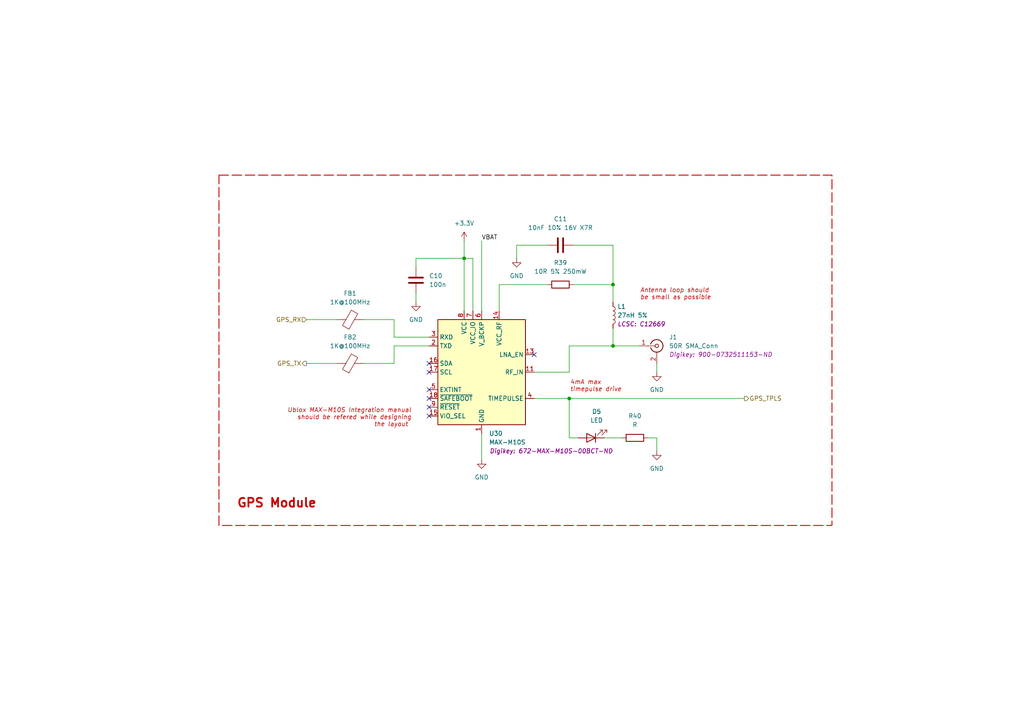
<source format=kicad_sch>
(kicad_sch (version 20250114) (generator "eeschema") (generator_version "9.0")
  (paper "A4")
  (title_block (title "GPS Module") (date "2025-10-19") (rev "v0.0") (company "Rajath Katker") (comment 4 "Final verification pending"))
  (lib_symbols
    (symbol "Connector:Conn_Coaxial" (pin_names (offset 1.016) (hide yes))
      (property "Reference" "J" (at 0.254 3.048 0))
      (property "Value" "Conn_Coaxial" (at 2.921 0 90))
      (symbol "Conn_Coaxial_0_1"
        (polyline (pts (xy -2.54 0) (xy -0.508 0)))
        (arc (start 1.778 0) (mid 0.222 -1.8079) (end -1.778 -0.508) (stroke (width 0.254)))
        (arc (start -1.778 0.508) (mid 0.2221 1.8084) (end 1.778 0) (stroke (width 0.254)))
        (circle (center 0 0) (radius 0.508) (stroke (width 0.2032)))
        (polyline (pts (xy 0 -2.54) (xy 0 -1.778)))
      )
      (symbol "Conn_Coaxial_1_1"
        (pin passive line (at -5.08 0 0) (length 2.54) (name "In") (number "1"))
        (pin passive line (at 0 -5.08 90) (length 2.54) (name "Ext") (number "2"))
      )
    )
    (symbol "Device:C" (pin_numbers (hide yes)) (pin_names (offset 0.254))
      (property "Reference" "C" (at 0.635 2.54 0))
      (property "Value" "C" (at 0.635 -2.54 0))
      (symbol "C_0_1"
        (polyline (pts (xy -2.032 0.762) (xy 2.032 0.762)) (stroke (width 0.508)))
        (polyline (pts (xy -2.032 -0.762) (xy 2.032 -0.762)) (stroke (width 0.508)))
      )
      (symbol "C_1_1"
        (pin passive line (at 0 3.81 270) (length 2.794) (name "~") (number "1"))
        (pin passive line (at 0 -3.81 90) (length 2.794) (name "~") (number "2"))
      )
    )
    (symbol "Device:FerriteBead" (pin_numbers (hide yes)) (pin_names (offset 0))
      (property "Reference" "FB" (at -3.81 0.635 90))
      (property "Value" "FerriteBead" (at 3.81 0 90))
      (symbol "FerriteBead_0_1"
        (polyline (pts (xy -2.7686 0.4064) (xy -1.7018 2.2606) (xy 2.7686 -0.3048) (xy 1.6764 -2.159) (xy -2.7686 0.4064)))
        (polyline (pts (xy 0 1.27) (xy 0 1.2954)))
        (polyline (pts (xy 0 -1.27) (xy 0 -1.2192)))
      )
      (symbol "FerriteBead_1_1"
        (pin passive line (at 0 3.81 270) (length 2.54) (name "~") (number "1"))
        (pin passive line (at 0 -3.81 90) (length 2.54) (name "~") (number "2"))
      )
    )
    (symbol "Device:L" (pin_numbers (hide yes)) (pin_names (offset 1.016) (hide yes))
      (property "Reference" "L" (at -1.27 0 90))
      (property "Value" "L" (at 1.905 0 90))
      (symbol "L_0_1"
        (arc (start 0 2.54) (mid 0.6323 1.905) (end 0 1.27))
        (arc (start 0 1.27) (mid 0.6323 0.635) (end 0 0))
        (arc (start 0 0) (mid 0.6323 -0.635) (end 0 -1.27))
        (arc (start 0 -1.27) (mid 0.6323 -1.905) (end 0 -2.54))
      )
      (symbol "L_1_1"
        (pin passive line (at 0 3.81 270) (length 1.27) (name "1") (number "1"))
        (pin passive line (at 0 -3.81 90) (length 1.27) (name "2") (number "2"))
      )
    )
    (symbol "Device:LED" (pin_numbers (hide yes)) (pin_names (offset 1.016) (hide yes))
      (property "Reference" "D" (at 0 2.54 0))
      (property "Value" "LED" (at 0 -2.54 0))
      (symbol "LED_0_1"
        (polyline (pts (xy -3.048 -0.762) (xy -4.572 -2.286) (xy -3.81 -2.286) (xy -4.572 -2.286) (xy -4.572 -1.524)))
        (polyline (pts (xy -1.778 -0.762) (xy -3.302 -2.286) (xy -2.54 -2.286) (xy -3.302 -2.286) (xy -3.302 -1.524)))
        (polyline (pts (xy -1.27 0) (xy 1.27 0)))
        (polyline (pts (xy -1.27 -1.27) (xy -1.27 1.27)) (stroke (width 0.254)))
        (polyline (pts (xy 1.27 -1.27) (xy 1.27 1.27) (xy -1.27 0) (xy 1.27 -1.27)) (stroke (width 0.254)))
      )
      (symbol "LED_1_1"
        (pin passive line (at -3.81 0 0) (length 2.54) (name "K") (number "1"))
        (pin passive line (at 3.81 0 180) (length 2.54) (name "A") (number "2"))
      )
    )
    (symbol "Device:R" (pin_numbers (hide yes)) (pin_names (offset 0))
      (property "Reference" "R" (at 2.032 0 90))
      (property "Value" "R" (at 0 0 90))
      (symbol "R_0_1"
        (rectangle (start -1.016 -2.54) (end 1.016 2.54) (stroke (width 0.254)))
      )
      (symbol "R_1_1"
        (pin passive line (at 0 3.81 270) (length 1.27) (name "~") (number "1"))
        (pin passive line (at 0 -3.81 90) (length 1.27) (name "~") (number "2"))
      )
    )
    (symbol "RF_GPS:MAX-M10S"
      (property "Reference" "U" (at -10.16 16.51 0))
      (property "Value" "MAX-M10S" (at 11.43 16.51 0))
      (symbol "MAX-M10S_0_1"
        (rectangle (start 12.7 15.24) (end -12.7 -15.24) (stroke (width 0.254)) (fill (type background)))
      )
      (symbol "MAX-M10S_1_1"
        (pin input line (at -15.24 10.16 0) (length 2.54) (name "RXD") (number "3"))
        (pin output line (at -15.24 7.62 0) (length 2.54) (name "TXD") (number "2"))
        (pin bidirectional line (at -15.24 2.54 0) (length 2.54) (name "SDA") (number "16"))
        (pin input line (at -15.24 0 0) (length 2.54) (name "SCL") (number "17"))
        (pin input line (at -15.24 -5.08 0) (length 2.54) (name "EXTINT") (number "5"))
        (pin input line (at -15.24 -7.62 0) (length 2.54) (name "~{SAFEBOOT}") (number "18"))
        (pin input line (at -15.24 -10.16 0) (length 2.54) (name "~{RESET}") (number "9"))
        (pin input line (at -15.24 -12.7 0) (length 2.54) (name "VIO_SEL") (number "15"))
        (pin power_in line (at -5.08 17.78 270) (length 2.54) (name "VCC") (number "8"))
        (pin power_in line (at -2.54 17.78 270) (length 2.54) (name "VCC_IO") (number "7"))
        (pin power_in line (at 0 17.78 270) (length 2.54) (name "V_BCKP") (number "6"))
        (pin power_in line (at 0 -17.78 90) (length 2.54) (name "GND") (number "1"))
        (pin passive line (at 0 -17.78 90) (length 2.54) (hide yes) (name "GND") (number "10"))
        (pin passive line (at 0 -17.78 90) (length 2.54) (hide yes) (name "GND") (number "12"))
        (pin power_out line (at 5.08 17.78 270) (length 2.54) (name "VCC_RF") (number "14"))
        (pin output line (at 15.24 5.08 180) (length 2.54) (name "LNA_EN") (number "13"))
        (pin input line (at 15.24 0 180) (length 2.54) (name "RF_IN") (number "11"))
        (pin output line (at 15.24 -7.62 180) (length 2.54) (name "TIMEPULSE") (number "4"))
      )
    )
    (symbol "power:+3.3V" (power) (pin_numbers (hide yes)) (pin_names (offset 0) (hide yes))
      (property "Value" "+3.3V" (at 0 3.556 0))
      (symbol "+3.3V_0_1"
        (polyline (pts (xy -0.762 1.27) (xy 0 2.54)))
        (polyline (pts (xy 0 2.54) (xy 0.762 1.27)))
        (polyline (pts (xy 0 0) (xy 0 2.54)))
      )
      (symbol "+3.3V_1_1"
        (pin power_in line (at 0 0 90) (length 0) (name "~") (number "1"))
      )
    )
    (symbol "power:GND" (power) (pin_numbers (hide yes)) (pin_names (offset 0) (hide yes))
      (property "Value" "GND" (at 0 -3.81 0))
      (symbol "GND_0_1"
        (polyline (pts (xy 0 0) (xy 0 -1.27) (xy 1.27 -1.27) (xy 0 -2.54) (xy -1.27 -1.27) (xy 0 -1.27)))
      )
      (symbol "GND_1_1"
        (pin power_in line (at 0 0 270) (length 0) (name "~") (number "1"))
      )
    )
  )
  (rectangle (start 63.5 50.8) (end 241.3 152.4) (stroke (width 0.254) (type dash) (color 194 0 0 1)))
  (text "Antenna loop should\nbe small as possible\n" (at 185.674 85.344 0) (effects (font (size 1.27 1.27) (italic yes)) (justify left)))
  (text "GPS Module" (at 68.58 146.05 0) (effects (font (size 2.54 2.54) (thickness 0.508) (bold yes)) (justify left)))
  (text "4mA max \ntimepulse drive" (at 165.354 112.014 0) (effects (font (size 1.27 1.27) (italic yes)) (justify left)))
  (text "Ublox MAX-M10S Integration manual\nshould be refered while designing\nthe layout " (at 119.38 121.158 0) (effects (font (size 1.27 1.27) (italic yes)) (justify right)))
  (junction (at 177.8 82.55))
  (junction (at 165.1 115.57))
  (junction (at 134.62 74.93))
  (junction (at 177.8 100.33))
  (no_connect (at 124.46 115.57))
  (no_connect (at 124.46 105.41))
  (no_connect (at 154.94 102.87))
  (no_connect (at 124.46 118.11))
  (no_connect (at 124.46 120.65))
  (no_connect (at 124.46 113.03))
  (no_connect (at 124.46 107.95))
  (wire (pts (xy 134.62 74.93) (xy 137.16 74.93)))
  (wire (pts (xy 190.5 105.41) (xy 190.5 107.95)))
  (wire (pts (xy 166.37 71.12) (xy 177.8 71.12)))
  (wire (pts (xy 120.65 74.93) (xy 134.62 74.93)))
  (wire (pts (xy 134.62 69.85) (xy 134.62 74.93)))
  (wire (pts (xy 139.7 69.85) (xy 139.7 90.17)))
  (wire (pts (xy 120.65 85.09) (xy 120.65 87.63)))
  (wire (pts (xy 154.94 107.95) (xy 165.1 107.95)))
  (wire (pts (xy 114.3 100.33) (xy 114.3 105.41)))
  (wire (pts (xy 158.75 82.55) (xy 144.78 82.55)))
  (wire (pts (xy 114.3 105.41) (xy 105.41 105.41)))
  (wire (pts (xy 134.62 74.93) (xy 134.62 90.17)))
  (wire (pts (xy 88.9 105.41) (xy 97.79 105.41)))
  (wire (pts (xy 139.7 125.73) (xy 139.7 133.35)))
  (wire (pts (xy 114.3 97.79) (xy 124.46 97.79)))
  (wire (pts (xy 177.8 82.55) (xy 177.8 87.63)))
  (wire (pts (xy 177.8 95.25) (xy 177.8 100.33)))
  (wire (pts (xy 165.1 127) (xy 167.64 127)))
  (wire (pts (xy 165.1 100.33) (xy 177.8 100.33)))
  (wire (pts (xy 175.26 127) (xy 180.34 127)))
  (wire (pts (xy 165.1 115.57) (xy 165.1 127)))
  (wire (pts (xy 190.5 127) (xy 190.5 130.81)))
  (wire (pts (xy 120.65 77.47) (xy 120.65 74.93)))
  (wire (pts (xy 114.3 92.71) (xy 114.3 97.79)))
  (wire (pts (xy 88.9 92.71) (xy 97.79 92.71)))
  (wire (pts (xy 165.1 100.33) (xy 165.1 107.95)))
  (wire (pts (xy 177.8 71.12) (xy 177.8 82.55)))
  (wire (pts (xy 154.94 115.57) (xy 165.1 115.57)))
  (wire (pts (xy 105.41 92.71) (xy 114.3 92.71)))
  (wire (pts (xy 137.16 74.93) (xy 137.16 90.17)))
  (wire (pts (xy 149.86 71.12) (xy 158.75 71.12)))
  (wire (pts (xy 144.78 82.55) (xy 144.78 90.17)))
  (wire (pts (xy 149.86 74.93) (xy 149.86 71.12)))
  (wire (pts (xy 124.46 100.33) (xy 114.3 100.33)))
  (wire (pts (xy 177.8 100.33) (xy 185.42 100.33)))
  (wire (pts (xy 166.37 82.55) (xy 177.8 82.55)))
  (wire (pts (xy 187.96 127) (xy 190.5 127)))
  (wire (pts (xy 165.1 115.57) (xy 215.9 115.57)))
  (label "VBAT" (at 139.7 69.85 0))
  (hierarchical_label "GPS_TX" (shape output) (at 88.9 105.41 180))
  (hierarchical_label "GPS_RX" (shape input) (at 88.9 92.71 180))
  (hierarchical_label "GPS_TPLS" (shape output) (at 215.9 115.57 0))
  (symbol (lib_id "Device:C") (at 162.56 71.12 90) (unit 1)
    (property "Reference" "C11" (at 162.56 63.5 90))
    (property "Value" "10nF 10% 16V X7R" (at 162.56 66.04 90))
    (property "Description" "Unpolarized capacitor" (effects (hide yes)))
  )
  (symbol (lib_id "Device:LED") (at 171.45 127 180) (unit 1)
    (property "Reference" "D5" (at 173.0375 119.38 0))
    (property "Value" "LED" (at 173.0375 121.92 0))
    (property "Description" "Light emitting diode" (effects (hide yes)))
    (property "Sim.Pins" "1=K 2=A" (effects (hide yes)))
  )
  (symbol (lib_id "power:GND") (at 190.5 107.95 0) (unit 1)
    (property "Reference" "#PWR030" (effects (hide yes)))
    (property "Value" "GND" (at 190.5 113.03 0))
    (property "Description" "Power symbol creates a global label with name \"GND\" , ground" (effects (hide yes)))
  )
  (symbol (lib_id "Device:C") (at 120.65 81.28 0) (unit 1)
    (property "Reference" "C10" (at 124.46 80.0099 0) (effects (justify left)))
    (property "Value" "100n" (at 124.46 82.5499 0) (effects (justify left)))
    (property "Description" "Unpolarized capacitor" (effects (hide yes)))
  )
  (symbol (lib_id "power:GND") (at 139.7 133.35 0) (unit 1)
    (property "Reference" "#PWR028" (effects (hide yes)))
    (property "Value" "GND" (at 139.7 138.43 0))
    (property "Description" "Power symbol creates a global label with name \"GND\" , ground" (effects (hide yes)))
  )
  (symbol (lib_id "power:GND") (at 120.65 87.63 0) (unit 1)
    (property "Reference" "#PWR026" (effects (hide yes)))
    (property "Value" "GND" (at 120.65 92.71 0))
    (property "Description" "Power symbol creates a global label with name \"GND\" , ground" (effects (hide yes)))
  )
  (symbol (lib_id "power:GND") (at 190.5 130.81 0) (unit 1)
    (property "Reference" "#PWR031" (effects (hide yes)))
    (property "Value" "GND" (at 190.5 135.89 0))
    (property "Description" "Power symbol creates a global label with name \"GND\" , ground" (effects (hide yes)))
  )
  (symbol (lib_id "power:+3.3V") (at 134.62 69.85 0) (unit 1)
    (property "Reference" "#PWR027" (effects (hide yes)))
    (property "Value" "+3.3V" (at 134.62 64.77 0))
    (property "Description" "Power symbol creates a global label with name \"+3.3V\"" (effects (hide yes)))
  )
  (symbol (lib_id "Device:FerriteBead") (at 101.6 105.41 90) (unit 1)
    (property "Reference" "FB2" (at 101.5492 97.79 90))
    (property "Value" "1K@100MHz" (at 101.5492 100.33 90))
    (property "Description" "Ferrite bead" (effects (hide yes)))
  )
  (symbol (lib_id "RF_GPS:MAX-M10S") (at 139.7 107.95 0) (unit 1)
    (property "Reference" "U30" (at 141.8433 125.73 0) (effects (justify left)))
    (property "Value" "MAX-M10S" (at 141.8433 128.27 0) (effects (justify left)))
    (property "Footprint" "RF_GPS:ublox_MAX" (effects (hide yes)))
    (property "Datasheet" "https://content.u-blox.com/sites/default/files/MAX-M10S_DataSheet_UBX-20035208.pdf" (effects (hide yes)))
    (property "Description" "GNSS Module MAX M10, VCC 1.65V to 3.6V" (effects (hide yes)))
    (property "Digikey" "672-MAX-M10S-00BCT-ND" (at 141.986 130.81 0) (show_name yes) (effects (font (italic yes)) (justify left)))
  )
  (symbol (lib_id "Device:R") (at 162.56 82.55 90) (unit 1)
    (property "Reference" "R39" (at 162.56 76.2 90))
    (property "Value" "10R 5% 250mW" (at 162.56 78.74 90))
    (property "Description" "Resistor" (effects (hide yes)))
  )
  (symbol (lib_id "power:GND") (at 149.86 74.93 0) (unit 1)
    (property "Reference" "#PWR029" (effects (hide yes)))
    (property "Value" "GND" (at 149.86 80.01 0))
    (property "Description" "Power symbol creates a global label with name \"GND\" , ground" (effects (hide yes)))
  )
  (symbol (lib_id "Connector:Conn_Coaxial") (at 190.5 100.33 0) (unit 1)
    (property "Reference" "J1" (at 194.056 97.79 0) (effects (justify left)))
    (property "Value" "50R SMA_Conn" (at 194.056 100.33 0) (effects (justify left)))
    (property "Footprint" "Connector_Coaxial:SMA_Molex_73251-1153_EdgeMount_Horizontal" (effects (hide yes)))
    (property "Description" "coaxial connector (BNC, SMA, SMB, SMC, Cinch/RCA, LEMO, ...)" (effects (hide yes)))
    (property "Digikey" "900-0732511153-ND" (at 194.056 102.8309 0) (show_name yes) (effects (font (italic yes)) (justify left)))
  )
  (symbol (lib_id "Device:R") (at 184.15 127 90) (unit 1)
    (property "Reference" "R40" (at 184.15 120.65 90))
    (property "Value" "R" (at 184.15 123.19 90))
    (property "Description" "Resistor" (effects (hide yes)))
  )
  (symbol (lib_id "Device:L") (at 177.8 91.44 0) (unit 1)
    (property "Reference" "L1" (at 179.07 88.9 0) (effects (justify left)))
    (property "Value" "27nH 5%" (at 179.07 91.44 0) (effects (justify left)))
    (property "Description" "Inductor" (effects (hide yes)))
    (property "LCSC" "C12669" (at 179.07 93.9801 0) (show_name yes) (effects (font (italic yes)) (justify left)))
  )
  (symbol (lib_id "Device:FerriteBead") (at 101.6 92.71 90) (unit 1)
    (property "Reference" "FB1" (at 101.5492 85.09 90))
    (property "Value" "1K@100MHz" (at 101.5492 87.63 90))
    (property "Description" "Ferrite bead" (effects (hide yes)))
  )
)
</source>
